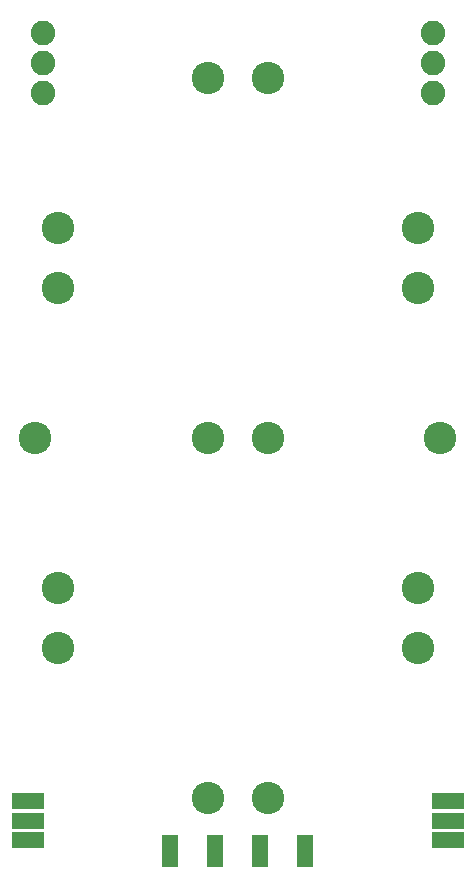
<source format=gbs>
G75*
%MOIN*%
%OFA0B0*%
%FSLAX25Y25*%
%IPPOS*%
%LPD*%
%AMOC8*
5,1,8,0,0,1.08239X$1,22.5*
%
%ADD10C,0.10800*%
%ADD11C,0.08200*%
%ADD12R,0.10800X0.05800*%
%ADD13R,0.05800X0.10800*%
D10*
X0026600Y0081600D03*
X0026600Y0101600D03*
X0019100Y0151600D03*
X0026600Y0201600D03*
X0026600Y0221600D03*
X0076600Y0271600D03*
X0096600Y0271600D03*
X0146600Y0221600D03*
X0146600Y0201600D03*
X0154100Y0151600D03*
X0146600Y0101600D03*
X0146600Y0081600D03*
X0096600Y0031600D03*
X0076600Y0031600D03*
X0076600Y0151600D03*
X0096600Y0151600D03*
D11*
X0151600Y0266600D03*
X0151600Y0276600D03*
X0151600Y0286600D03*
X0021600Y0286600D03*
X0021600Y0276600D03*
X0021600Y0266600D03*
D12*
X0016600Y0017600D03*
X0016600Y0024100D03*
X0016600Y0030600D03*
X0156600Y0030600D03*
X0156600Y0024100D03*
X0156600Y0017600D03*
D13*
X0109100Y0014100D03*
X0094100Y0014100D03*
X0079100Y0014100D03*
X0064100Y0014100D03*
M02*

</source>
